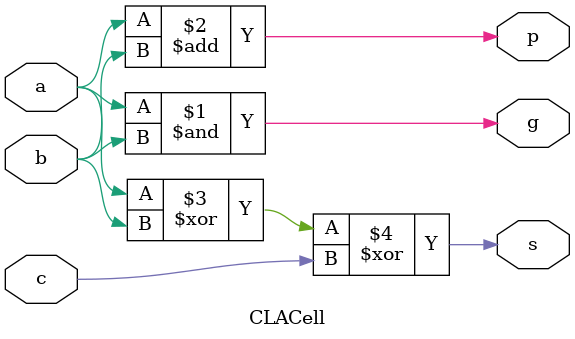
<source format=v>
`timescale 1ns / 1ps
module CLACell(
		input a,
		input b,
		input c,
		output g,
		output p, 
		output s
	);
	
	assign g = a & b;
	assign p = a + b;
	assign s = a ^ b ^ c;

endmodule

</source>
